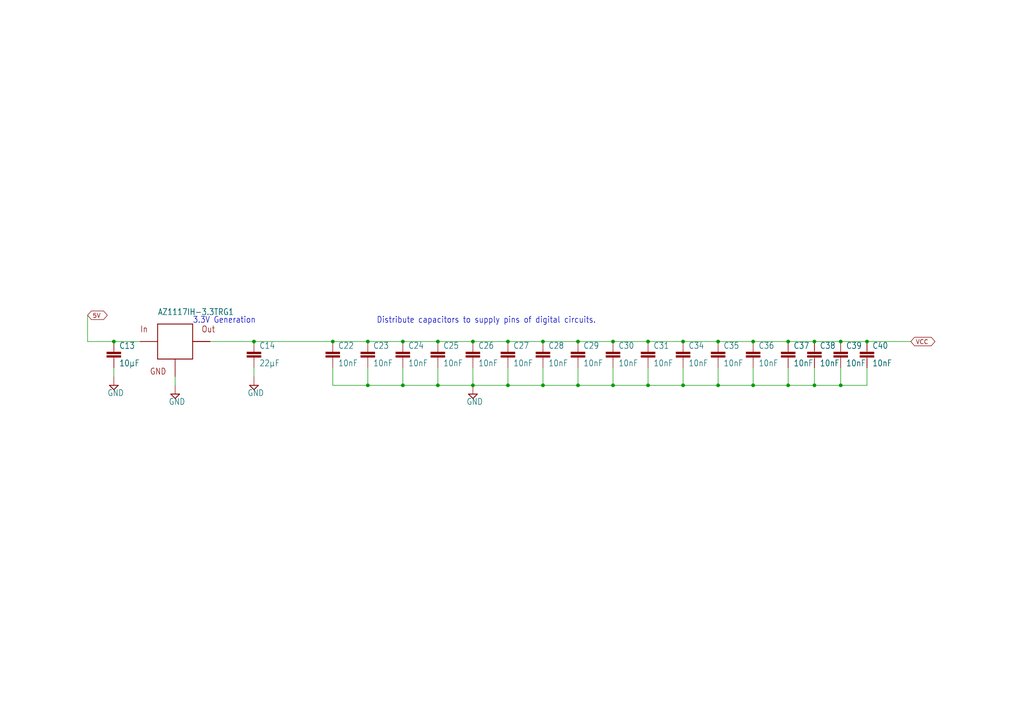
<source format=kicad_sch>
(kicad_sch
	(version 20231120)
	(generator "eeschema")
	(generator_version "8.0")
	(uuid "f18030a0-492c-4c11-a389-3280a7e1cf7a")
	(paper "A4")
	(lib_symbols
		(symbol "Modulator_V1p2-eagle-import:C-EUC0603"
			(exclude_from_sim no)
			(in_bom yes)
			(on_board yes)
			(property "Reference" "C"
				(at 1.524 0.381 0)
				(effects
					(font
						(size 1.778 1.5113)
					)
					(justify left bottom)
				)
			)
			(property "Value" ""
				(at 1.524 -4.699 0)
				(effects
					(font
						(size 1.778 1.5113)
					)
					(justify left bottom)
				)
			)
			(property "Footprint" "Modulator_V1p2:C0603"
				(at 0 0 0)
				(effects
					(font
						(size 1.27 1.27)
					)
					(hide yes)
				)
			)
			(property "Datasheet" ""
				(at 0 0 0)
				(effects
					(font
						(size 1.27 1.27)
					)
					(hide yes)
				)
			)
			(property "Description" "CAPACITOR, European symbol"
				(at 0 0 0)
				(effects
					(font
						(size 1.27 1.27)
					)
					(hide yes)
				)
			)
			(property "ki_locked" ""
				(at 0 0 0)
				(effects
					(font
						(size 1.27 1.27)
					)
				)
			)
			(symbol "C-EUC0603_1_0"
				(rectangle
					(start -2.032 -2.032)
					(end 2.032 -1.524)
					(stroke
						(width 0)
						(type default)
					)
					(fill
						(type outline)
					)
				)
				(rectangle
					(start -2.032 -1.016)
					(end 2.032 -0.508)
					(stroke
						(width 0)
						(type default)
					)
					(fill
						(type outline)
					)
				)
				(polyline
					(pts
						(xy 0 -2.54) (xy 0 -2.032)
					)
					(stroke
						(width 0.1524)
						(type solid)
					)
					(fill
						(type none)
					)
				)
				(polyline
					(pts
						(xy 0 0) (xy 0 -0.508)
					)
					(stroke
						(width 0.1524)
						(type solid)
					)
					(fill
						(type none)
					)
				)
				(pin passive line
					(at 0 2.54 270)
					(length 2.54)
					(name "1"
						(effects
							(font
								(size 0 0)
							)
						)
					)
					(number "1"
						(effects
							(font
								(size 0 0)
							)
						)
					)
				)
				(pin passive line
					(at 0 -5.08 90)
					(length 2.54)
					(name "2"
						(effects
							(font
								(size 0 0)
							)
						)
					)
					(number "2"
						(effects
							(font
								(size 0 0)
							)
						)
					)
				)
			)
		)
		(symbol "Modulator_V1p2-eagle-import:C-EUC1206"
			(exclude_from_sim no)
			(in_bom yes)
			(on_board yes)
			(property "Reference" "C"
				(at 1.524 0.381 0)
				(effects
					(font
						(size 1.778 1.5113)
					)
					(justify left bottom)
				)
			)
			(property "Value" ""
				(at 1.524 -4.699 0)
				(effects
					(font
						(size 1.778 1.5113)
					)
					(justify left bottom)
				)
			)
			(property "Footprint" "Modulator_V1p2:C1206"
				(at 0 0 0)
				(effects
					(font
						(size 1.27 1.27)
					)
					(hide yes)
				)
			)
			(property "Datasheet" ""
				(at 0 0 0)
				(effects
					(font
						(size 1.27 1.27)
					)
					(hide yes)
				)
			)
			(property "Description" "CAPACITOR, European symbol"
				(at 0 0 0)
				(effects
					(font
						(size 1.27 1.27)
					)
					(hide yes)
				)
			)
			(property "ki_locked" ""
				(at 0 0 0)
				(effects
					(font
						(size 1.27 1.27)
					)
				)
			)
			(symbol "C-EUC1206_1_0"
				(rectangle
					(start -2.032 -2.032)
					(end 2.032 -1.524)
					(stroke
						(width 0)
						(type default)
					)
					(fill
						(type outline)
					)
				)
				(rectangle
					(start -2.032 -1.016)
					(end 2.032 -0.508)
					(stroke
						(width 0)
						(type default)
					)
					(fill
						(type outline)
					)
				)
				(polyline
					(pts
						(xy 0 -2.54) (xy 0 -2.032)
					)
					(stroke
						(width 0.1524)
						(type solid)
					)
					(fill
						(type none)
					)
				)
				(polyline
					(pts
						(xy 0 0) (xy 0 -0.508)
					)
					(stroke
						(width 0.1524)
						(type solid)
					)
					(fill
						(type none)
					)
				)
				(pin passive line
					(at 0 2.54 270)
					(length 2.54)
					(name "1"
						(effects
							(font
								(size 0 0)
							)
						)
					)
					(number "1"
						(effects
							(font
								(size 0 0)
							)
						)
					)
				)
				(pin passive line
					(at 0 -5.08 90)
					(length 2.54)
					(name "2"
						(effects
							(font
								(size 0 0)
							)
						)
					)
					(number "2"
						(effects
							(font
								(size 0 0)
							)
						)
					)
				)
			)
		)
		(symbol "Modulator_V1p2-eagle-import:GND"
			(power)
			(exclude_from_sim no)
			(in_bom yes)
			(on_board yes)
			(property "Reference" "#SUPPLY"
				(at 0 0 0)
				(effects
					(font
						(size 1.27 1.27)
					)
					(hide yes)
				)
			)
			(property "Value" ""
				(at -1.905 -3.175 0)
				(effects
					(font
						(size 1.778 1.5113)
					)
					(justify left bottom)
				)
			)
			(property "Footprint" ""
				(at 0 0 0)
				(effects
					(font
						(size 1.27 1.27)
					)
					(hide yes)
				)
			)
			(property "Datasheet" ""
				(at 0 0 0)
				(effects
					(font
						(size 1.27 1.27)
					)
					(hide yes)
				)
			)
			(property "Description" "SUPPLY SYMBOL"
				(at 0 0 0)
				(effects
					(font
						(size 1.27 1.27)
					)
					(hide yes)
				)
			)
			(property "ki_locked" ""
				(at 0 0 0)
				(effects
					(font
						(size 1.27 1.27)
					)
				)
			)
			(symbol "GND_1_0"
				(polyline
					(pts
						(xy -1.27 0) (xy 1.27 0)
					)
					(stroke
						(width 0.254)
						(type solid)
					)
					(fill
						(type none)
					)
				)
				(polyline
					(pts
						(xy 0 -1.27) (xy -1.27 0)
					)
					(stroke
						(width 0.254)
						(type solid)
					)
					(fill
						(type none)
					)
				)
				(polyline
					(pts
						(xy 1.27 0) (xy 0 -1.27)
					)
					(stroke
						(width 0.254)
						(type solid)
					)
					(fill
						(type none)
					)
				)
				(pin power_in line
					(at 0 2.54 270)
					(length 2.54)
					(name "GND"
						(effects
							(font
								(size 0 0)
							)
						)
					)
					(number "1"
						(effects
							(font
								(size 0 0)
							)
						)
					)
				)
			)
		)
		(symbol "Modulator_V1p2-eagle-import:LT1117"
			(exclude_from_sim no)
			(in_bom yes)
			(on_board yes)
			(property "Reference" ""
				(at 0 0 0)
				(effects
					(font
						(size 1.27 1.27)
					)
					(hide yes)
				)
			)
			(property "Value" ""
				(at -5.08 10.16 0)
				(effects
					(font
						(size 1.778 1.5113)
					)
					(justify left bottom)
					(hide yes)
				)
			)
			(property "Footprint" "Modulator_V1p2:SOT223"
				(at 0 0 0)
				(effects
					(font
						(size 1.27 1.27)
					)
					(hide yes)
				)
			)
			(property "Datasheet" ""
				(at 0 0 0)
				(effects
					(font
						(size 1.27 1.27)
					)
					(hide yes)
				)
			)
			(property "Description" ""
				(at 0 0 0)
				(effects
					(font
						(size 1.27 1.27)
					)
					(hide yes)
				)
			)
			(property "ki_locked" ""
				(at 0 0 0)
				(effects
					(font
						(size 1.27 1.27)
					)
				)
			)
			(symbol "LT1117_1_0"
				(polyline
					(pts
						(xy -5.08 -2.54) (xy 5.08 -2.54)
					)
					(stroke
						(width 0.254)
						(type solid)
					)
					(fill
						(type none)
					)
				)
				(polyline
					(pts
						(xy -5.08 7.62) (xy -5.08 -2.54)
					)
					(stroke
						(width 0.254)
						(type solid)
					)
					(fill
						(type none)
					)
				)
				(polyline
					(pts
						(xy 5.08 -2.54) (xy 5.08 7.62)
					)
					(stroke
						(width 0.254)
						(type solid)
					)
					(fill
						(type none)
					)
				)
				(polyline
					(pts
						(xy 5.08 7.62) (xy -5.08 7.62)
					)
					(stroke
						(width 0.254)
						(type solid)
					)
					(fill
						(type none)
					)
				)
				(text "GND"
					(at -2.54 -5.08 0)
					(effects
						(font
							(size 1.778 1.5113)
						)
						(justify right top)
					)
				)
				(text "In"
					(at -10.16 5.08 0)
					(effects
						(font
							(size 1.778 1.5113)
						)
						(justify left bottom)
					)
				)
				(text "Out"
					(at 7.62 5.08 0)
					(effects
						(font
							(size 1.778 1.5113)
						)
						(justify left bottom)
					)
				)
				(pin bidirectional line
					(at 0 -7.62 90)
					(length 5.08)
					(name "GND"
						(effects
							(font
								(size 0 0)
							)
						)
					)
					(number "1"
						(effects
							(font
								(size 0 0)
							)
						)
					)
				)
				(pin bidirectional line
					(at 10.16 2.54 180)
					(length 5.08)
					(name "OUT"
						(effects
							(font
								(size 0 0)
							)
						)
					)
					(number "2"
						(effects
							(font
								(size 0 0)
							)
						)
					)
				)
				(pin bidirectional line
					(at -10.16 2.54 0)
					(length 5.08)
					(name "IN"
						(effects
							(font
								(size 0 0)
							)
						)
					)
					(number "3"
						(effects
							(font
								(size 0 0)
							)
						)
					)
				)
				(pin bidirectional line
					(at 10.16 2.54 180)
					(length 5.08)
					(name "OUT"
						(effects
							(font
								(size 0 0)
							)
						)
					)
					(number "4"
						(effects
							(font
								(size 0 0)
							)
						)
					)
				)
			)
		)
	)
	(junction
		(at 208.28 111.76)
		(diameter 0)
		(color 0 0 0 0)
		(uuid "0d441ef6-b9c0-4b88-93b3-454fea4abe3f")
	)
	(junction
		(at 116.84 99.06)
		(diameter 0)
		(color 0 0 0 0)
		(uuid "0efbe2c9-a2bb-42d3-8f6e-ef4b9bba8369")
	)
	(junction
		(at 127 99.06)
		(diameter 0)
		(color 0 0 0 0)
		(uuid "1199a8f3-5f32-4c4c-9954-5cc0b1b7472e")
	)
	(junction
		(at 116.84 111.76)
		(diameter 0)
		(color 0 0 0 0)
		(uuid "17b1f324-65ad-4e16-93d4-c8bc9b816f29")
	)
	(junction
		(at 236.22 99.06)
		(diameter 0)
		(color 0 0 0 0)
		(uuid "22bac5cc-f316-4ae5-87b6-55320c53d16c")
	)
	(junction
		(at 198.12 111.76)
		(diameter 0)
		(color 0 0 0 0)
		(uuid "2768d884-9598-4093-a492-6c21b1814619")
	)
	(junction
		(at 208.28 99.06)
		(diameter 0)
		(color 0 0 0 0)
		(uuid "3a38f088-14ec-4ca0-8d24-20f7724ac6d7")
	)
	(junction
		(at 137.16 99.06)
		(diameter 0)
		(color 0 0 0 0)
		(uuid "3ef0e5fc-f235-4b35-b266-ac15a0af7b8f")
	)
	(junction
		(at 96.52 99.06)
		(diameter 0)
		(color 0 0 0 0)
		(uuid "4817c6ee-e814-46c2-b23b-753892307779")
	)
	(junction
		(at 157.48 99.06)
		(diameter 0)
		(color 0 0 0 0)
		(uuid "48be53c9-5ad5-4004-ab16-35555c6bf2b9")
	)
	(junction
		(at 243.84 111.76)
		(diameter 0)
		(color 0 0 0 0)
		(uuid "5422dbb2-ca55-4a4d-8f92-75272df18419")
	)
	(junction
		(at 73.66 99.06)
		(diameter 0)
		(color 0 0 0 0)
		(uuid "55dd0b72-264b-41b4-a680-28013c3a5e23")
	)
	(junction
		(at 218.44 111.76)
		(diameter 0)
		(color 0 0 0 0)
		(uuid "61a4dde3-b9ae-4b36-9bee-24e214d85259")
	)
	(junction
		(at 167.64 99.06)
		(diameter 0)
		(color 0 0 0 0)
		(uuid "6333bcd8-3bc1-4ea9-abae-5131102de653")
	)
	(junction
		(at 167.64 111.76)
		(diameter 0)
		(color 0 0 0 0)
		(uuid "667a1280-2fc8-4221-b8c4-7b6acc23f10b")
	)
	(junction
		(at 137.16 111.76)
		(diameter 0)
		(color 0 0 0 0)
		(uuid "71cbba86-4f29-4c85-a993-b66e5636232f")
	)
	(junction
		(at 127 111.76)
		(diameter 0)
		(color 0 0 0 0)
		(uuid "742a8d9e-8e0d-44a2-a835-85d951b01055")
	)
	(junction
		(at 228.6 99.06)
		(diameter 0)
		(color 0 0 0 0)
		(uuid "75150643-7f47-4251-b8f6-7d7f78591320")
	)
	(junction
		(at 106.68 99.06)
		(diameter 0)
		(color 0 0 0 0)
		(uuid "758625a9-2ee3-48f0-83ee-245c3b49e650")
	)
	(junction
		(at 236.22 111.76)
		(diameter 0)
		(color 0 0 0 0)
		(uuid "7778bc2e-c5e7-470b-8d97-bc9b4aa98d3d")
	)
	(junction
		(at 218.44 99.06)
		(diameter 0)
		(color 0 0 0 0)
		(uuid "7acc3711-b7fc-4c75-be89-797f2fa42148")
	)
	(junction
		(at 33.02 99.06)
		(diameter 0)
		(color 0 0 0 0)
		(uuid "7e355763-942b-44bb-9c92-cedf9f2a349a")
	)
	(junction
		(at 243.84 99.06)
		(diameter 0)
		(color 0 0 0 0)
		(uuid "87963ff7-08b7-4d95-8bd6-89d1761655cd")
	)
	(junction
		(at 177.8 99.06)
		(diameter 0)
		(color 0 0 0 0)
		(uuid "ab3b36c0-ea2c-4645-ba5c-11c65989e8a5")
	)
	(junction
		(at 187.96 99.06)
		(diameter 0)
		(color 0 0 0 0)
		(uuid "b4c9cb7d-770a-41cd-bfc4-4ec0d2b50d53")
	)
	(junction
		(at 147.32 99.06)
		(diameter 0)
		(color 0 0 0 0)
		(uuid "d7d5bf53-8ca0-45e4-92e2-7e4b0729ecf2")
	)
	(junction
		(at 187.96 111.76)
		(diameter 0)
		(color 0 0 0 0)
		(uuid "dc12c125-0f23-4fd2-bfa4-9b3a6ce05af5")
	)
	(junction
		(at 106.68 111.76)
		(diameter 0)
		(color 0 0 0 0)
		(uuid "dd0cd46c-337a-4f47-8b23-c5a782b34d01")
	)
	(junction
		(at 147.32 111.76)
		(diameter 0)
		(color 0 0 0 0)
		(uuid "dd10a9c6-5cc7-4b7d-817b-e85b671f98e9")
	)
	(junction
		(at 251.46 99.06)
		(diameter 0)
		(color 0 0 0 0)
		(uuid "e1e07683-b924-4dee-87ad-90fc84c462ad")
	)
	(junction
		(at 228.6 111.76)
		(diameter 0)
		(color 0 0 0 0)
		(uuid "e6de3d99-5e19-4e27-85ff-17f1b9e70558")
	)
	(junction
		(at 198.12 99.06)
		(diameter 0)
		(color 0 0 0 0)
		(uuid "e75012a0-300c-4f7f-ad2a-ec5d24988c03")
	)
	(junction
		(at 157.48 111.76)
		(diameter 0)
		(color 0 0 0 0)
		(uuid "e90bc737-72bd-401d-8a5c-cb527b86afa6")
	)
	(junction
		(at 177.8 111.76)
		(diameter 0)
		(color 0 0 0 0)
		(uuid "fbae5829-e6f9-4039-8803-b3454963e32d")
	)
	(wire
		(pts
			(xy 137.16 111.76) (xy 147.32 111.76)
		)
		(stroke
			(width 0.1524)
			(type solid)
		)
		(uuid "05c207e9-3a1f-49e0-a1a1-037be7a07f9f")
	)
	(wire
		(pts
			(xy 218.44 111.76) (xy 208.28 111.76)
		)
		(stroke
			(width 0.1524)
			(type solid)
		)
		(uuid "09f38fdd-d815-4ac9-beb1-585cc87483ab")
	)
	(wire
		(pts
			(xy 40.64 99.06) (xy 33.02 99.06)
		)
		(stroke
			(width 0.1524)
			(type solid)
		)
		(uuid "0a429f9c-1991-4706-96df-7b0e50a98fc3")
	)
	(wire
		(pts
			(xy 167.64 111.76) (xy 167.64 106.68)
		)
		(stroke
			(width 0.1524)
			(type solid)
		)
		(uuid "0b20a8f7-e86f-4952-8061-092b4f3cb608")
	)
	(wire
		(pts
			(xy 218.44 99.06) (xy 228.6 99.06)
		)
		(stroke
			(width 0.1524)
			(type solid)
		)
		(uuid "0c1cfe5f-e47a-4d13-b642-d66d2553601d")
	)
	(wire
		(pts
			(xy 251.46 111.76) (xy 243.84 111.76)
		)
		(stroke
			(width 0.1524)
			(type solid)
		)
		(uuid "0f8baf3a-a2e2-45ce-aa9b-52f2f94b4281")
	)
	(wire
		(pts
			(xy 147.32 99.06) (xy 157.48 99.06)
		)
		(stroke
			(width 0.1524)
			(type solid)
		)
		(uuid "14317364-d239-4067-b7be-334cd67b16d2")
	)
	(wire
		(pts
			(xy 50.8 109.22) (xy 50.8 111.76)
		)
		(stroke
			(width 0.1524)
			(type solid)
		)
		(uuid "25282628-6a88-4970-bc25-b8ba3b44ca65")
	)
	(wire
		(pts
			(xy 116.84 99.06) (xy 127 99.06)
		)
		(stroke
			(width 0.1524)
			(type solid)
		)
		(uuid "28c8dcaf-836a-48fc-9237-7a12ad2ad9b3")
	)
	(wire
		(pts
			(xy 198.12 99.06) (xy 208.28 99.06)
		)
		(stroke
			(width 0.1524)
			(type solid)
		)
		(uuid "29cc75e3-7065-41bd-b536-92f2e1a17aac")
	)
	(wire
		(pts
			(xy 208.28 111.76) (xy 198.12 111.76)
		)
		(stroke
			(width 0.1524)
			(type solid)
		)
		(uuid "2a8fa5c3-1d0e-4344-ad20-a7d5982997d8")
	)
	(wire
		(pts
			(xy 167.64 99.06) (xy 177.8 99.06)
		)
		(stroke
			(width 0.1524)
			(type solid)
		)
		(uuid "2aa8fb42-69bb-4eb0-8f0e-687a959c05e9")
	)
	(wire
		(pts
			(xy 25.4 99.06) (xy 25.4 91.44)
		)
		(stroke
			(width 0.1524)
			(type solid)
		)
		(uuid "2fbba713-ffd1-401b-912d-df9e33fa8a6d")
	)
	(wire
		(pts
			(xy 116.84 111.76) (xy 127 111.76)
		)
		(stroke
			(width 0.1524)
			(type solid)
		)
		(uuid "2fdf9541-40ce-49f8-b13b-304c1896edf8")
	)
	(wire
		(pts
			(xy 251.46 106.68) (xy 251.46 111.76)
		)
		(stroke
			(width 0.1524)
			(type solid)
		)
		(uuid "445bc42d-cfd8-4a1b-bfb5-b3fc41feac9e")
	)
	(wire
		(pts
			(xy 187.96 99.06) (xy 198.12 99.06)
		)
		(stroke
			(width 0.1524)
			(type solid)
		)
		(uuid "48508122-e00d-4736-9f9a-177fca1c1855")
	)
	(wire
		(pts
			(xy 228.6 111.76) (xy 218.44 111.76)
		)
		(stroke
			(width 0.1524)
			(type solid)
		)
		(uuid "493437e8-2c2b-4d24-b265-8fef2ad9be21")
	)
	(wire
		(pts
			(xy 116.84 106.68) (xy 116.84 111.76)
		)
		(stroke
			(width 0.1524)
			(type solid)
		)
		(uuid "4db5c22c-29b2-4ae1-a7b6-b463333fa8fe")
	)
	(wire
		(pts
			(xy 106.68 111.76) (xy 116.84 111.76)
		)
		(stroke
			(width 0.1524)
			(type solid)
		)
		(uuid "570523b0-2b31-4a7a-b3ea-0225589444ca")
	)
	(wire
		(pts
			(xy 127 99.06) (xy 137.16 99.06)
		)
		(stroke
			(width 0.1524)
			(type solid)
		)
		(uuid "58665821-f182-4e11-a80c-d2119b473c0e")
	)
	(wire
		(pts
			(xy 33.02 99.06) (xy 25.4 99.06)
		)
		(stroke
			(width 0.1524)
			(type solid)
		)
		(uuid "58d8cd90-c61c-4945-ae6f-b37469e0a633")
	)
	(wire
		(pts
			(xy 106.68 106.68) (xy 106.68 111.76)
		)
		(stroke
			(width 0.1524)
			(type solid)
		)
		(uuid "5c12530c-d996-4575-bd7d-db0ca02b19de")
	)
	(wire
		(pts
			(xy 73.66 106.68) (xy 73.66 109.22)
		)
		(stroke
			(width 0.1524)
			(type solid)
		)
		(uuid "5fc72218-562b-48be-92f5-a3141e54dc0c")
	)
	(wire
		(pts
			(xy 218.44 106.68) (xy 218.44 111.76)
		)
		(stroke
			(width 0.1524)
			(type solid)
		)
		(uuid "66a1f38c-d4f3-4ccc-b9af-06f98b40bb7c")
	)
	(wire
		(pts
			(xy 198.12 111.76) (xy 187.96 111.76)
		)
		(stroke
			(width 0.1524)
			(type solid)
		)
		(uuid "6e206c5a-6daf-4efb-942d-66eadce14f98")
	)
	(wire
		(pts
			(xy 177.8 99.06) (xy 187.96 99.06)
		)
		(stroke
			(width 0.1524)
			(type solid)
		)
		(uuid "7519afbc-f2c4-4700-8424-c9750db18ab6")
	)
	(wire
		(pts
			(xy 60.96 99.06) (xy 73.66 99.06)
		)
		(stroke
			(width 0.1524)
			(type solid)
		)
		(uuid "7858b84b-c932-4bba-a5fe-aa2d571904ff")
	)
	(wire
		(pts
			(xy 33.02 106.68) (xy 33.02 109.22)
		)
		(stroke
			(width 0.1524)
			(type solid)
		)
		(uuid "79b2a8e7-5d35-41e3-8cc8-63aa1f637247")
	)
	(wire
		(pts
			(xy 127 111.76) (xy 137.16 111.76)
		)
		(stroke
			(width 0.1524)
			(type solid)
		)
		(uuid "7c331654-1d35-4496-baba-54ae52e102d9")
	)
	(wire
		(pts
			(xy 243.84 106.68) (xy 243.84 111.76)
		)
		(stroke
			(width 0.1524)
			(type solid)
		)
		(uuid "81f7d8a8-914b-4af8-816e-35e6dc7bb9cf")
	)
	(wire
		(pts
			(xy 236.22 111.76) (xy 236.22 106.68)
		)
		(stroke
			(width 0.1524)
			(type solid)
		)
		(uuid "83ec3681-bd0c-4911-a156-2819c219ced8")
	)
	(wire
		(pts
			(xy 177.8 106.68) (xy 177.8 111.76)
		)
		(stroke
			(width 0.1524)
			(type solid)
		)
		(uuid "85bc5a47-7113-43c5-9b34-47cd12b2f9ce")
	)
	(wire
		(pts
			(xy 137.16 106.68) (xy 137.16 111.76)
		)
		(stroke
			(width 0.1524)
			(type solid)
		)
		(uuid "875ec9ef-2c0a-4be9-9266-ccce6d3cbe8d")
	)
	(wire
		(pts
			(xy 96.52 111.76) (xy 106.68 111.76)
		)
		(stroke
			(width 0.1524)
			(type solid)
		)
		(uuid "8b21c9fb-dcad-4a1d-987c-0e24cfc46c86")
	)
	(wire
		(pts
			(xy 127 106.68) (xy 127 111.76)
		)
		(stroke
			(width 0.1524)
			(type solid)
		)
		(uuid "8bf91b41-3c8d-43e3-97f7-123cfaadef2c")
	)
	(wire
		(pts
			(xy 208.28 106.68) (xy 208.28 111.76)
		)
		(stroke
			(width 0.1524)
			(type solid)
		)
		(uuid "9174b8f3-d495-4641-b341-00473cb5e661")
	)
	(wire
		(pts
			(xy 243.84 111.76) (xy 236.22 111.76)
		)
		(stroke
			(width 0.1524)
			(type solid)
		)
		(uuid "9393438d-26b6-472e-b1f5-8bf5c49d4bfe")
	)
	(wire
		(pts
			(xy 147.32 106.68) (xy 147.32 111.76)
		)
		(stroke
			(width 0.1524)
			(type solid)
		)
		(uuid "9658448f-60a8-4754-85b6-1c1a57243786")
	)
	(wire
		(pts
			(xy 251.46 99.06) (xy 264.16 99.06)
		)
		(stroke
			(width 0.1524)
			(type solid)
		)
		(uuid "9bf452b7-1293-4186-931a-55c027419825")
	)
	(wire
		(pts
			(xy 157.48 111.76) (xy 167.64 111.76)
		)
		(stroke
			(width 0.1524)
			(type solid)
		)
		(uuid "a723cc31-3c26-4a6c-b4a7-ab68808877c2")
	)
	(wire
		(pts
			(xy 96.52 99.06) (xy 106.68 99.06)
		)
		(stroke
			(width 0.1524)
			(type solid)
		)
		(uuid "b2713f00-62a0-4294-847f-cad944468023")
	)
	(wire
		(pts
			(xy 177.8 111.76) (xy 167.64 111.76)
		)
		(stroke
			(width 0.1524)
			(type solid)
		)
		(uuid "b4aaa074-dca0-4bfc-a0d9-e871ad587ab8")
	)
	(wire
		(pts
			(xy 208.28 99.06) (xy 218.44 99.06)
		)
		(stroke
			(width 0.1524)
			(type solid)
		)
		(uuid "c103f34f-eb7d-41dd-926c-a5267ddab721")
	)
	(wire
		(pts
			(xy 198.12 106.68) (xy 198.12 111.76)
		)
		(stroke
			(width 0.1524)
			(type solid)
		)
		(uuid "c45044c8-3c68-48e2-9681-0c4cb67f1ff6")
	)
	(wire
		(pts
			(xy 187.96 106.68) (xy 187.96 111.76)
		)
		(stroke
			(width 0.1524)
			(type solid)
		)
		(uuid "c4be7290-7af9-42f7-b5cf-cad36baad007")
	)
	(wire
		(pts
			(xy 137.16 99.06) (xy 147.32 99.06)
		)
		(stroke
			(width 0.1524)
			(type solid)
		)
		(uuid "cc0f927e-9ece-43d5-a964-5831ff89d426")
	)
	(wire
		(pts
			(xy 96.52 106.68) (xy 96.52 111.76)
		)
		(stroke
			(width 0.1524)
			(type solid)
		)
		(uuid "d1dd6479-db7c-4a70-9a5c-aeab52d21301")
	)
	(wire
		(pts
			(xy 243.84 99.06) (xy 251.46 99.06)
		)
		(stroke
			(width 0.1524)
			(type solid)
		)
		(uuid "d725b3c9-1095-43d2-b278-9c074c34404b")
	)
	(wire
		(pts
			(xy 73.66 99.06) (xy 96.52 99.06)
		)
		(stroke
			(width 0.1524)
			(type solid)
		)
		(uuid "dc86a891-b8be-442d-9205-5919f8810bd5")
	)
	(wire
		(pts
			(xy 236.22 99.06) (xy 243.84 99.06)
		)
		(stroke
			(width 0.1524)
			(type solid)
		)
		(uuid "df4d037c-c5c6-4a2a-8ae4-0ca540a60895")
	)
	(wire
		(pts
			(xy 228.6 111.76) (xy 236.22 111.76)
		)
		(stroke
			(width 0.1524)
			(type solid)
		)
		(uuid "df66aa7a-98c9-4398-a5e1-f9ca2731c741")
	)
	(wire
		(pts
			(xy 147.32 111.76) (xy 157.48 111.76)
		)
		(stroke
			(width 0.1524)
			(type solid)
		)
		(uuid "e2d48889-b59a-4b5b-abd1-786ba881f502")
	)
	(wire
		(pts
			(xy 157.48 106.68) (xy 157.48 111.76)
		)
		(stroke
			(width 0.1524)
			(type solid)
		)
		(uuid "e40028a7-a039-4bbe-8e0b-06f58671637d")
	)
	(wire
		(pts
			(xy 187.96 111.76) (xy 177.8 111.76)
		)
		(stroke
			(width 0.1524)
			(type solid)
		)
		(uuid "eb3d4ab2-cb83-4e13-bb39-e45f5ee59b5a")
	)
	(wire
		(pts
			(xy 106.68 99.06) (xy 116.84 99.06)
		)
		(stroke
			(width 0.1524)
			(type solid)
		)
		(uuid "ec80cada-d746-47c6-ac27-b52a45eabd5c")
	)
	(wire
		(pts
			(xy 228.6 99.06) (xy 236.22 99.06)
		)
		(stroke
			(width 0.1524)
			(type solid)
		)
		(uuid "f7bc39e5-e91f-4f60-8490-25b72266613b")
	)
	(wire
		(pts
			(xy 228.6 106.68) (xy 228.6 111.76)
		)
		(stroke
			(width 0.1524)
			(type solid)
		)
		(uuid "f9a66471-08d3-4360-8215-1f480d2177a2")
	)
	(wire
		(pts
			(xy 157.48 99.06) (xy 167.64 99.06)
		)
		(stroke
			(width 0.1524)
			(type solid)
		)
		(uuid "fe93d7d0-bea5-4ed0-a729-9be8e818706d")
	)
	(text "Distribute capacitors to supply pins of digital circuits."
		(exclude_from_sim no)
		(at 109.22 93.98 0)
		(effects
			(font
				(size 1.778 1.5113)
			)
			(justify left bottom)
		)
		(uuid "0cb10ba2-12c7-4bd3-a635-470d16a9bf56")
	)
	(text "3.3V Generation"
		(exclude_from_sim no)
		(at 55.88 93.98 0)
		(effects
			(font
				(size 1.778 1.5113)
			)
			(justify left bottom)
		)
		(uuid "f4d96018-3fdb-4ac0-912d-f0f095d7639f")
	)
	(global_label "VCC"
		(shape bidirectional)
		(at 264.16 99.06 0)
		(fields_autoplaced yes)
		(effects
			(font
				(size 1.2446 1.2446)
			)
			(justify left)
		)
		(uuid "02f5c425-1dc7-4d0d-b016-840bb8f58bc2")
		(property "Intersheetrefs" "${INTERSHEET_REFS}"
			(at 271.7302 99.06 0)
			(effects
				(font
					(size 1.27 1.27)
				)
				(justify left)
				(hide yes)
			)
		)
	)
	(global_label "5V"
		(shape bidirectional)
		(at 25.4 91.44 0)
		(fields_autoplaced yes)
		(effects
			(font
				(size 1.2446 1.2446)
			)
			(justify left)
		)
		(uuid "448e8d2e-68fb-40da-857c-9a2c6eca4f3c")
		(property "Intersheetrefs" "${INTERSHEET_REFS}"
			(at 31.6663 91.44 0)
			(effects
				(font
					(size 1.27 1.27)
				)
				(justify left)
				(hide yes)
			)
		)
	)
	(symbol
		(lib_id "Modulator_V1p2-eagle-import:C-EUC0603")
		(at 218.44 101.6 0)
		(unit 1)
		(exclude_from_sim no)
		(in_bom yes)
		(on_board yes)
		(dnp no)
		(uuid "17959720-1ece-4b5f-8bc1-623f921f1be0")
		(property "Reference" "C36"
			(at 219.964 101.219 0)
			(effects
				(font
					(size 1.778 1.5113)
				)
				(justify left bottom)
			)
		)
		(property "Value" "10nF"
			(at 219.964 106.299 0)
			(effects
				(font
					(size 1.778 1.5113)
				)
				(justify left bottom)
			)
		)
		(property "Footprint" "Modulator_V1p2:C0603"
			(at 218.44 101.6 0)
			(effects
				(font
					(size 1.27 1.27)
				)
				(hide yes)
			)
		)
		(property "Datasheet" ""
			(at 218.44 101.6 0)
			(effects
				(font
					(size 1.27 1.27)
				)
				(hide yes)
			)
		)
		(property "Description" ""
			(at 218.44 101.6 0)
			(effects
				(font
					(size 1.27 1.27)
				)
				(hide yes)
			)
		)
		(pin "1"
			(uuid "e15242b4-95e0-4ef2-ae63-e26170a904e5")
		)
		(pin "2"
			(uuid "ee8adcdd-8829-45d6-bb65-b27edce689fc")
		)
		(instances
			(project ""
				(path "/74c5594e-ff48-4e66-beae-9bf941e12d30/a99b5967-729f-4626-9c70-b8c70c40c7f1"
					(reference "C36")
					(unit 1)
				)
			)
		)
	)
	(symbol
		(lib_id "Modulator_V1p2-eagle-import:GND")
		(at 137.16 114.3 0)
		(unit 1)
		(exclude_from_sim no)
		(in_bom yes)
		(on_board yes)
		(dnp no)
		(uuid "22e1b799-abbd-468c-a445-55d7cd8d92df")
		(property "Reference" "#SUPPLY32"
			(at 137.16 114.3 0)
			(effects
				(font
					(size 1.27 1.27)
				)
				(hide yes)
			)
		)
		(property "Value" "GND"
			(at 135.255 117.475 0)
			(effects
				(font
					(size 1.778 1.5113)
				)
				(justify left bottom)
			)
		)
		(property "Footprint" ""
			(at 137.16 114.3 0)
			(effects
				(font
					(size 1.27 1.27)
				)
				(hide yes)
			)
		)
		(property "Datasheet" ""
			(at 137.16 114.3 0)
			(effects
				(font
					(size 1.27 1.27)
				)
				(hide yes)
			)
		)
		(property "Description" ""
			(at 137.16 114.3 0)
			(effects
				(font
					(size 1.27 1.27)
				)
				(hide yes)
			)
		)
		(pin "1"
			(uuid "28eb0fda-3ac9-44a5-be38-630ac8f3c306")
		)
		(instances
			(project ""
				(path "/74c5594e-ff48-4e66-beae-9bf941e12d30/a99b5967-729f-4626-9c70-b8c70c40c7f1"
					(reference "#SUPPLY32")
					(unit 1)
				)
			)
		)
	)
	(symbol
		(lib_id "Modulator_V1p2-eagle-import:C-EUC0603")
		(at 106.68 101.6 0)
		(unit 1)
		(exclude_from_sim no)
		(in_bom yes)
		(on_board yes)
		(dnp no)
		(uuid "2575cce1-c533-4252-bd6b-4812289066a5")
		(property "Reference" "C23"
			(at 108.204 101.219 0)
			(effects
				(font
					(size 1.778 1.5113)
				)
				(justify left bottom)
			)
		)
		(property "Value" "10nF"
			(at 108.204 106.299 0)
			(effects
				(font
					(size 1.778 1.5113)
				)
				(justify left bottom)
			)
		)
		(property "Footprint" "Modulator_V1p2:C0603"
			(at 106.68 101.6 0)
			(effects
				(font
					(size 1.27 1.27)
				)
				(hide yes)
			)
		)
		(property "Datasheet" ""
			(at 106.68 101.6 0)
			(effects
				(font
					(size 1.27 1.27)
				)
				(hide yes)
			)
		)
		(property "Description" ""
			(at 106.68 101.6 0)
			(effects
				(font
					(size 1.27 1.27)
				)
				(hide yes)
			)
		)
		(pin "1"
			(uuid "a894aabb-4140-4e21-8bbe-28941be6b47e")
		)
		(pin "2"
			(uuid "40db3a8d-fc6e-4ab6-bfbc-3da61296959f")
		)
		(instances
			(project ""
				(path "/74c5594e-ff48-4e66-beae-9bf941e12d30/a99b5967-729f-4626-9c70-b8c70c40c7f1"
					(reference "C23")
					(unit 1)
				)
			)
		)
	)
	(symbol
		(lib_id "Modulator_V1p2-eagle-import:C-EUC0603")
		(at 127 101.6 0)
		(unit 1)
		(exclude_from_sim no)
		(in_bom yes)
		(on_board yes)
		(dnp no)
		(uuid "26a43de9-6288-461d-af6c-0c730f92da10")
		(property "Reference" "C25"
			(at 128.524 101.219 0)
			(effects
				(font
					(size 1.778 1.5113)
				)
				(justify left bottom)
			)
		)
		(property "Value" "10nF"
			(at 128.524 106.299 0)
			(effects
				(font
					(size 1.778 1.5113)
				)
				(justify left bottom)
			)
		)
		(property "Footprint" "Modulator_V1p2:C0603"
			(at 127 101.6 0)
			(effects
				(font
					(size 1.27 1.27)
				)
				(hide yes)
			)
		)
		(property "Datasheet" ""
			(at 127 101.6 0)
			(effects
				(font
					(size 1.27 1.27)
				)
				(hide yes)
			)
		)
		(property "Description" ""
			(at 127 101.6 0)
			(effects
				(font
					(size 1.27 1.27)
				)
				(hide yes)
			)
		)
		(pin "1"
			(uuid "282411ac-5f63-499f-8d05-163690b0ccab")
		)
		(pin "2"
			(uuid "b17ea56a-1b8c-4448-863f-accd9b5c2541")
		)
		(instances
			(project ""
				(path "/74c5594e-ff48-4e66-beae-9bf941e12d30/a99b5967-729f-4626-9c70-b8c70c40c7f1"
					(reference "C25")
					(unit 1)
				)
			)
		)
	)
	(symbol
		(lib_id "Modulator_V1p2-eagle-import:C-EUC0603")
		(at 167.64 101.6 0)
		(unit 1)
		(exclude_from_sim no)
		(in_bom yes)
		(on_board yes)
		(dnp no)
		(uuid "2d70da3c-6ddb-4d39-9daa-43059b0b6125")
		(property "Reference" "C29"
			(at 169.164 101.219 0)
			(effects
				(font
					(size 1.778 1.5113)
				)
				(justify left bottom)
			)
		)
		(property "Value" "10nF"
			(at 169.164 106.299 0)
			(effects
				(font
					(size 1.778 1.5113)
				)
				(justify left bottom)
			)
		)
		(property "Footprint" "Modulator_V1p2:C0603"
			(at 167.64 101.6 0)
			(effects
				(font
					(size 1.27 1.27)
				)
				(hide yes)
			)
		)
		(property "Datasheet" ""
			(at 167.64 101.6 0)
			(effects
				(font
					(size 1.27 1.27)
				)
				(hide yes)
			)
		)
		(property "Description" ""
			(at 167.64 101.6 0)
			(effects
				(font
					(size 1.27 1.27)
				)
				(hide yes)
			)
		)
		(pin "1"
			(uuid "4368e73d-4625-44dd-8804-53353ab37e5b")
		)
		(pin "2"
			(uuid "8b7f8a81-ea9c-413a-b52c-e95f461dd8f7")
		)
		(instances
			(project ""
				(path "/74c5594e-ff48-4e66-beae-9bf941e12d30/a99b5967-729f-4626-9c70-b8c70c40c7f1"
					(reference "C29")
					(unit 1)
				)
			)
		)
	)
	(symbol
		(lib_id "Modulator_V1p2-eagle-import:C-EUC0603")
		(at 198.12 101.6 0)
		(unit 1)
		(exclude_from_sim no)
		(in_bom yes)
		(on_board yes)
		(dnp no)
		(uuid "2e71b5d5-2272-4878-a1e9-9455e485cc88")
		(property "Reference" "C34"
			(at 199.644 101.219 0)
			(effects
				(font
					(size 1.778 1.5113)
				)
				(justify left bottom)
			)
		)
		(property "Value" "10nF"
			(at 199.644 106.299 0)
			(effects
				(font
					(size 1.778 1.5113)
				)
				(justify left bottom)
			)
		)
		(property "Footprint" "Modulator_V1p2:C0603"
			(at 198.12 101.6 0)
			(effects
				(font
					(size 1.27 1.27)
				)
				(hide yes)
			)
		)
		(property "Datasheet" ""
			(at 198.12 101.6 0)
			(effects
				(font
					(size 1.27 1.27)
				)
				(hide yes)
			)
		)
		(property "Description" ""
			(at 198.12 101.6 0)
			(effects
				(font
					(size 1.27 1.27)
				)
				(hide yes)
			)
		)
		(pin "1"
			(uuid "8167625c-48fd-47c9-84e4-86a19762b008")
		)
		(pin "2"
			(uuid "b3336bbc-17e7-47a7-9898-7eac4ee10f0a")
		)
		(instances
			(project ""
				(path "/74c5594e-ff48-4e66-beae-9bf941e12d30/a99b5967-729f-4626-9c70-b8c70c40c7f1"
					(reference "C34")
					(unit 1)
				)
			)
		)
	)
	(symbol
		(lib_id "Modulator_V1p2-eagle-import:C-EUC0603")
		(at 96.52 101.6 0)
		(unit 1)
		(exclude_from_sim no)
		(in_bom yes)
		(on_board yes)
		(dnp no)
		(uuid "39f4df21-96fa-48d3-a37b-45c3ef820430")
		(property "Reference" "C22"
			(at 98.044 101.219 0)
			(effects
				(font
					(size 1.778 1.5113)
				)
				(justify left bottom)
			)
		)
		(property "Value" "10nF"
			(at 98.044 106.299 0)
			(effects
				(font
					(size 1.778 1.5113)
				)
				(justify left bottom)
			)
		)
		(property "Footprint" "Modulator_V1p2:C0603"
			(at 96.52 101.6 0)
			(effects
				(font
					(size 1.27 1.27)
				)
				(hide yes)
			)
		)
		(property "Datasheet" ""
			(at 96.52 101.6 0)
			(effects
				(font
					(size 1.27 1.27)
				)
				(hide yes)
			)
		)
		(property "Description" ""
			(at 96.52 101.6 0)
			(effects
				(font
					(size 1.27 1.27)
				)
				(hide yes)
			)
		)
		(pin "1"
			(uuid "d56bcc0d-07b1-454c-bc1e-84d00d9a8114")
		)
		(pin "2"
			(uuid "e5294f18-6325-4fee-a09f-14dc3eb76948")
		)
		(instances
			(project ""
				(path "/74c5594e-ff48-4e66-beae-9bf941e12d30/a99b5967-729f-4626-9c70-b8c70c40c7f1"
					(reference "C22")
					(unit 1)
				)
			)
		)
	)
	(symbol
		(lib_id "Modulator_V1p2-eagle-import:GND")
		(at 50.8 114.3 0)
		(unit 1)
		(exclude_from_sim no)
		(in_bom yes)
		(on_board yes)
		(dnp no)
		(uuid "3e71ccfa-395e-4d11-80df-da91f20f188e")
		(property "Reference" "#SUPPLY21"
			(at 50.8 114.3 0)
			(effects
				(font
					(size 1.27 1.27)
				)
				(hide yes)
			)
		)
		(property "Value" "GND"
			(at 48.895 117.475 0)
			(effects
				(font
					(size 1.778 1.5113)
				)
				(justify left bottom)
			)
		)
		(property "Footprint" ""
			(at 50.8 114.3 0)
			(effects
				(font
					(size 1.27 1.27)
				)
				(hide yes)
			)
		)
		(property "Datasheet" ""
			(at 50.8 114.3 0)
			(effects
				(font
					(size 1.27 1.27)
				)
				(hide yes)
			)
		)
		(property "Description" ""
			(at 50.8 114.3 0)
			(effects
				(font
					(size 1.27 1.27)
				)
				(hide yes)
			)
		)
		(pin "1"
			(uuid "20afb31f-153d-46d4-b930-361902cd7ff4")
		)
		(instances
			(project ""
				(path "/74c5594e-ff48-4e66-beae-9bf941e12d30/a99b5967-729f-4626-9c70-b8c70c40c7f1"
					(reference "#SUPPLY21")
					(unit 1)
				)
			)
		)
	)
	(symbol
		(lib_id "Modulator_V1p2-eagle-import:GND")
		(at 33.02 111.76 0)
		(unit 1)
		(exclude_from_sim no)
		(in_bom yes)
		(on_board yes)
		(dnp no)
		(uuid "48400846-0f2b-43b6-952a-ae1d66ee6e60")
		(property "Reference" "#SUPPLY22"
			(at 33.02 111.76 0)
			(effects
				(font
					(size 1.27 1.27)
				)
				(hide yes)
			)
		)
		(property "Value" "GND"
			(at 31.115 114.935 0)
			(effects
				(font
					(size 1.778 1.5113)
				)
				(justify left bottom)
			)
		)
		(property "Footprint" ""
			(at 33.02 111.76 0)
			(effects
				(font
					(size 1.27 1.27)
				)
				(hide yes)
			)
		)
		(property "Datasheet" ""
			(at 33.02 111.76 0)
			(effects
				(font
					(size 1.27 1.27)
				)
				(hide yes)
			)
		)
		(property "Description" ""
			(at 33.02 111.76 0)
			(effects
				(font
					(size 1.27 1.27)
				)
				(hide yes)
			)
		)
		(pin "1"
			(uuid "212b6cc5-546a-4b15-9c35-66a148c129b4")
		)
		(instances
			(project ""
				(path "/74c5594e-ff48-4e66-beae-9bf941e12d30/a99b5967-729f-4626-9c70-b8c70c40c7f1"
					(reference "#SUPPLY22")
					(unit 1)
				)
			)
		)
	)
	(symbol
		(lib_id "Modulator_V1p2-eagle-import:C-EUC0603")
		(at 137.16 101.6 0)
		(unit 1)
		(exclude_from_sim no)
		(in_bom yes)
		(on_board yes)
		(dnp no)
		(uuid "63ec7e68-3074-4279-8be9-af720511713d")
		(property "Reference" "C26"
			(at 138.684 101.219 0)
			(effects
				(font
					(size 1.778 1.5113)
				)
				(justify left bottom)
			)
		)
		(property "Value" "10nF"
			(at 138.684 106.299 0)
			(effects
				(font
					(size 1.778 1.5113)
				)
				(justify left bottom)
			)
		)
		(property "Footprint" "Modulator_V1p2:C0603"
			(at 137.16 101.6 0)
			(effects
				(font
					(size 1.27 1.27)
				)
				(hide yes)
			)
		)
		(property "Datasheet" ""
			(at 137.16 101.6 0)
			(effects
				(font
					(size 1.27 1.27)
				)
				(hide yes)
			)
		)
		(property "Description" ""
			(at 137.16 101.6 0)
			(effects
				(font
					(size 1.27 1.27)
				)
				(hide yes)
			)
		)
		(pin "2"
			(uuid "328b4b3f-5b79-408b-8c09-a9187db21396")
		)
		(pin "1"
			(uuid "2fd07a25-55aa-4c32-8e0f-af11ffb589bb")
		)
		(instances
			(project ""
				(path "/74c5594e-ff48-4e66-beae-9bf941e12d30/a99b5967-729f-4626-9c70-b8c70c40c7f1"
					(reference "C26")
					(unit 1)
				)
			)
		)
	)
	(symbol
		(lib_id "Modulator_V1p2-eagle-import:C-EUC0603")
		(at 208.28 101.6 0)
		(unit 1)
		(exclude_from_sim no)
		(in_bom yes)
		(on_board yes)
		(dnp no)
		(uuid "79606dbf-7b17-4ae1-ae5f-591a617c0b45")
		(property "Reference" "C35"
			(at 209.804 101.219 0)
			(effects
				(font
					(size 1.778 1.5113)
				)
				(justify left bottom)
			)
		)
		(property "Value" "10nF"
			(at 209.804 106.299 0)
			(effects
				(font
					(size 1.778 1.5113)
				)
				(justify left bottom)
			)
		)
		(property "Footprint" "Modulator_V1p2:C0603"
			(at 208.28 101.6 0)
			(effects
				(font
					(size 1.27 1.27)
				)
				(hide yes)
			)
		)
		(property "Datasheet" ""
			(at 208.28 101.6 0)
			(effects
				(font
					(size 1.27 1.27)
				)
				(hide yes)
			)
		)
		(property "Description" ""
			(at 208.28 101.6 0)
			(effects
				(font
					(size 1.27 1.27)
				)
				(hide yes)
			)
		)
		(pin "2"
			(uuid "69b6b416-c867-47e1-a134-c1c07a445806")
		)
		(pin "1"
			(uuid "f5a7e615-16bb-4a4d-9c63-8758bfdca3ea")
		)
		(instances
			(project ""
				(path "/74c5594e-ff48-4e66-beae-9bf941e12d30/a99b5967-729f-4626-9c70-b8c70c40c7f1"
					(reference "C35")
					(unit 1)
				)
			)
		)
	)
	(symbol
		(lib_id "Modulator_V1p2-eagle-import:C-EUC0603")
		(at 177.8 101.6 0)
		(unit 1)
		(exclude_from_sim no)
		(in_bom yes)
		(on_board yes)
		(dnp no)
		(uuid "89682a1b-e371-4f9e-82db-7821f0992c15")
		(property "Reference" "C30"
			(at 179.324 101.219 0)
			(effects
				(font
					(size 1.778 1.5113)
				)
				(justify left bottom)
			)
		)
		(property "Value" "10nF"
			(at 179.324 106.299 0)
			(effects
				(font
					(size 1.778 1.5113)
				)
				(justify left bottom)
			)
		)
		(property "Footprint" "Modulator_V1p2:C0603"
			(at 177.8 101.6 0)
			(effects
				(font
					(size 1.27 1.27)
				)
				(hide yes)
			)
		)
		(property "Datasheet" ""
			(at 177.8 101.6 0)
			(effects
				(font
					(size 1.27 1.27)
				)
				(hide yes)
			)
		)
		(property "Description" ""
			(at 177.8 101.6 0)
			(effects
				(font
					(size 1.27 1.27)
				)
				(hide yes)
			)
		)
		(pin "1"
			(uuid "66c97b71-4ed6-4f95-b2f4-e531dd5dbf16")
		)
		(pin "2"
			(uuid "f53d29bf-a4df-40cc-af99-980cba5b3181")
		)
		(instances
			(project ""
				(path "/74c5594e-ff48-4e66-beae-9bf941e12d30/a99b5967-729f-4626-9c70-b8c70c40c7f1"
					(reference "C30")
					(unit 1)
				)
			)
		)
	)
	(symbol
		(lib_id "Modulator_V1p2-eagle-import:C-EUC0603")
		(at 157.48 101.6 0)
		(unit 1)
		(exclude_from_sim no)
		(in_bom yes)
		(on_board yes)
		(dnp no)
		(uuid "8a0ce9ba-5095-4f7b-ab01-0ba8ae56cd94")
		(property "Reference" "C28"
			(at 159.004 101.219 0)
			(effects
				(font
					(size 1.778 1.5113)
				)
				(justify left bottom)
			)
		)
		(property "Value" "10nF"
			(at 159.004 106.299 0)
			(effects
				(font
					(size 1.778 1.5113)
				)
				(justify left bottom)
			)
		)
		(property "Footprint" "Modulator_V1p2:C0603"
			(at 157.48 101.6 0)
			(effects
				(font
					(size 1.27 1.27)
				)
				(hide yes)
			)
		)
		(property "Datasheet" ""
			(at 157.48 101.6 0)
			(effects
				(font
					(size 1.27 1.27)
				)
				(hide yes)
			)
		)
		(property "Description" ""
			(at 157.48 101.6 0)
			(effects
				(font
					(size 1.27 1.27)
				)
				(hide yes)
			)
		)
		(pin "2"
			(uuid "76c71cce-245e-48b6-a6ca-50e7ecad02d0")
		)
		(pin "1"
			(uuid "852f9308-b97b-4ca6-97d1-8292a9cf2ca9")
		)
		(instances
			(project ""
				(path "/74c5594e-ff48-4e66-beae-9bf941e12d30/a99b5967-729f-4626-9c70-b8c70c40c7f1"
					(reference "C28")
					(unit 1)
				)
			)
		)
	)
	(symbol
		(lib_id "Modulator_V1p2-eagle-import:LT1117")
		(at 50.8 101.6 0)
		(unit 1)
		(exclude_from_sim no)
		(in_bom yes)
		(on_board yes)
		(dnp no)
		(uuid "a3693fbc-0a05-4f3b-b7e7-8676c12bbdbd")
		(property "Reference" "U$9"
			(at 50.8 101.6 0)
			(effects
				(font
					(size 1.27 1.27)
				)
				(hide yes)
			)
		)
		(property "Value" "AZ1117IH-3.3TRG1"
			(at 45.72 91.44 0)
			(effects
				(font
					(size 1.778 1.5113)
				)
				(justify left bottom)
			)
		)
		(property "Footprint" "Modulator_V1p2:SOT223"
			(at 50.8 101.6 0)
			(effects
				(font
					(size 1.27 1.27)
				)
				(hide yes)
			)
		)
		(property "Datasheet" ""
			(at 50.8 101.6 0)
			(effects
				(font
					(size 1.27 1.27)
				)
				(hide yes)
			)
		)
		(property "Description" ""
			(at 50.8 101.6 0)
			(effects
				(font
					(size 1.27 1.27)
				)
				(hide yes)
			)
		)
		(pin "4"
			(uuid "3eb5d51f-a6dc-4c64-9c9d-383a9edfb93b")
		)
		(pin "1"
			(uuid "4698cb00-9a5d-4777-b8bd-1647a8935b97")
		)
		(pin "3"
			(uuid "476111d6-b178-4d5e-b985-9fb9b36d75b6")
		)
		(pin "2"
			(uuid "54be3f12-745b-46dd-a046-2db75c290c16")
		)
		(instances
			(project ""
				(path "/74c5594e-ff48-4e66-beae-9bf941e12d30/a99b5967-729f-4626-9c70-b8c70c40c7f1"
					(reference "U$9")
					(unit 1)
				)
			)
		)
	)
	(symbol
		(lib_id "Modulator_V1p2-eagle-import:C-EUC0603")
		(at 228.6 101.6 0)
		(unit 1)
		(exclude_from_sim no)
		(in_bom yes)
		(on_board yes)
		(dnp no)
		(uuid "a3f1ca69-88ee-40b7-8554-b170c427c29f")
		(property "Reference" "C37"
			(at 230.124 101.219 0)
			(effects
				(font
					(size 1.778 1.5113)
				)
				(justify left bottom)
			)
		)
		(property "Value" "10nF"
			(at 230.124 106.299 0)
			(effects
				(font
					(size 1.778 1.5113)
				)
				(justify left bottom)
			)
		)
		(property "Footprint" "Modulator_V1p2:C0603"
			(at 228.6 101.6 0)
			(effects
				(font
					(size 1.27 1.27)
				)
				(hide yes)
			)
		)
		(property "Datasheet" ""
			(at 228.6 101.6 0)
			(effects
				(font
					(size 1.27 1.27)
				)
				(hide yes)
			)
		)
		(property "Description" ""
			(at 228.6 101.6 0)
			(effects
				(font
					(size 1.27 1.27)
				)
				(hide yes)
			)
		)
		(pin "2"
			(uuid "8bbc89a3-cccb-4bab-8808-d16608f76c38")
		)
		(pin "1"
			(uuid "0b7eb8cf-58af-4057-8a83-eaa6bd59c9f5")
		)
		(instances
			(project ""
				(path "/74c5594e-ff48-4e66-beae-9bf941e12d30/a99b5967-729f-4626-9c70-b8c70c40c7f1"
					(reference "C37")
					(unit 1)
				)
			)
		)
	)
	(symbol
		(lib_id "Modulator_V1p2-eagle-import:C-EUC0603")
		(at 236.22 101.6 0)
		(unit 1)
		(exclude_from_sim no)
		(in_bom yes)
		(on_board yes)
		(dnp no)
		(uuid "a6522d05-5ecd-402b-ac92-6e6cc95888c0")
		(property "Reference" "C38"
			(at 237.744 101.219 0)
			(effects
				(font
					(size 1.778 1.5113)
				)
				(justify left bottom)
			)
		)
		(property "Value" "10nF"
			(at 237.744 106.299 0)
			(effects
				(font
					(size 1.778 1.5113)
				)
				(justify left bottom)
			)
		)
		(property "Footprint" "Modulator_V1p2:C0603"
			(at 236.22 101.6 0)
			(effects
				(font
					(size 1.27 1.27)
				)
				(hide yes)
			)
		)
		(property "Datasheet" ""
			(at 236.22 101.6 0)
			(effects
				(font
					(size 1.27 1.27)
				)
				(hide yes)
			)
		)
		(property "Description" ""
			(at 236.22 101.6 0)
			(effects
				(font
					(size 1.27 1.27)
				)
				(hide yes)
			)
		)
		(pin "1"
			(uuid "95640625-8d74-48b9-84c5-604713ee5abf")
		)
		(pin "2"
			(uuid "8bc0f0b4-83e2-4db9-92f5-e9996bad055f")
		)
		(instances
			(project ""
				(path "/74c5594e-ff48-4e66-beae-9bf941e12d30/a99b5967-729f-4626-9c70-b8c70c40c7f1"
					(reference "C38")
					(unit 1)
				)
			)
		)
	)
	(symbol
		(lib_id "Modulator_V1p2-eagle-import:C-EUC0603")
		(at 187.96 101.6 0)
		(unit 1)
		(exclude_from_sim no)
		(in_bom yes)
		(on_board yes)
		(dnp no)
		(uuid "a7d89e1d-8bb4-487c-b0f6-51d83781531c")
		(property "Reference" "C31"
			(at 189.484 101.219 0)
			(effects
				(font
					(size 1.778 1.5113)
				)
				(justify left bottom)
			)
		)
		(property "Value" "10nF"
			(at 189.484 106.299 0)
			(effects
				(font
					(size 1.778 1.5113)
				)
				(justify left bottom)
			)
		)
		(property "Footprint" "Modulator_V1p2:C0603"
			(at 187.96 101.6 0)
			(effects
				(font
					(size 1.27 1.27)
				)
				(hide yes)
			)
		)
		(property "Datasheet" ""
			(at 187.96 101.6 0)
			(effects
				(font
					(size 1.27 1.27)
				)
				(hide yes)
			)
		)
		(property "Description" ""
			(at 187.96 101.6 0)
			(effects
				(font
					(size 1.27 1.27)
				)
				(hide yes)
			)
		)
		(pin "1"
			(uuid "35b72ebd-b207-4841-85b1-f737fa87609b")
		)
		(pin "2"
			(uuid "9c2c9cba-a10b-4460-a10c-92fd69086439")
		)
		(instances
			(project ""
				(path "/74c5594e-ff48-4e66-beae-9bf941e12d30/a99b5967-729f-4626-9c70-b8c70c40c7f1"
					(reference "C31")
					(unit 1)
				)
			)
		)
	)
	(symbol
		(lib_id "Modulator_V1p2-eagle-import:C-EUC0603")
		(at 116.84 101.6 0)
		(unit 1)
		(exclude_from_sim no)
		(in_bom yes)
		(on_board yes)
		(dnp no)
		(uuid "a886ba4f-121a-4f24-86e8-611f60104899")
		(property "Reference" "C24"
			(at 118.364 101.219 0)
			(effects
				(font
					(size 1.778 1.5113)
				)
				(justify left bottom)
			)
		)
		(property "Value" "10nF"
			(at 118.364 106.299 0)
			(effects
				(font
					(size 1.778 1.5113)
				)
				(justify left bottom)
			)
		)
		(property "Footprint" "Modulator_V1p2:C0603"
			(at 116.84 101.6 0)
			(effects
				(font
					(size 1.27 1.27)
				)
				(hide yes)
			)
		)
		(property "Datasheet" ""
			(at 116.84 101.6 0)
			(effects
				(font
					(size 1.27 1.27)
				)
				(hide yes)
			)
		)
		(property "Description" ""
			(at 116.84 101.6 0)
			(effects
				(font
					(size 1.27 1.27)
				)
				(hide yes)
			)
		)
		(pin "1"
			(uuid "bb204cf6-c087-475b-8be1-c7733d193983")
		)
		(pin "2"
			(uuid "de64aca2-9efb-46dc-a297-98583c22d2ad")
		)
		(instances
			(project ""
				(path "/74c5594e-ff48-4e66-beae-9bf941e12d30/a99b5967-729f-4626-9c70-b8c70c40c7f1"
					(reference "C24")
					(unit 1)
				)
			)
		)
	)
	(symbol
		(lib_id "Modulator_V1p2-eagle-import:C-EUC0603")
		(at 243.84 101.6 0)
		(unit 1)
		(exclude_from_sim no)
		(in_bom yes)
		(on_board yes)
		(dnp no)
		(uuid "dac1ad7a-9a72-4442-8a5e-6f6857e74ee2")
		(property "Reference" "C39"
			(at 245.364 101.219 0)
			(effects
				(font
					(size 1.778 1.5113)
				)
				(justify left bottom)
			)
		)
		(property "Value" "10nF"
			(at 245.364 106.299 0)
			(effects
				(font
					(size 1.778 1.5113)
				)
				(justify left bottom)
			)
		)
		(property "Footprint" "Modulator_V1p2:C0603"
			(at 243.84 101.6 0)
			(effects
				(font
					(size 1.27 1.27)
				)
				(hide yes)
			)
		)
		(property "Datasheet" ""
			(at 243.84 101.6 0)
			(effects
				(font
					(size 1.27 1.27)
				)
				(hide yes)
			)
		)
		(property "Description" ""
			(at 243.84 101.6 0)
			(effects
				(font
					(size 1.27 1.27)
				)
				(hide yes)
			)
		)
		(pin "2"
			(uuid "5a273160-099a-4991-b2b2-7b7f48cca5ef")
		)
		(pin "1"
			(uuid "b2c864e2-4d0f-4b2a-84e6-2837237647a9")
		)
		(instances
			(project ""
				(path "/74c5594e-ff48-4e66-beae-9bf941e12d30/a99b5967-729f-4626-9c70-b8c70c40c7f1"
					(reference "C39")
					(unit 1)
				)
			)
		)
	)
	(symbol
		(lib_id "Modulator_V1p2-eagle-import:C-EUC0603")
		(at 147.32 101.6 0)
		(unit 1)
		(exclude_from_sim no)
		(in_bom yes)
		(on_board yes)
		(dnp no)
		(uuid "e26f498a-463b-4be7-a615-6bd7643d4981")
		(property "Reference" "C27"
			(at 148.844 101.219 0)
			(effects
				(font
					(size 1.778 1.5113)
				)
				(justify left bottom)
			)
		)
		(property "Value" "10nF"
			(at 148.844 106.299 0)
			(effects
				(font
					(size 1.778 1.5113)
				)
				(justify left bottom)
			)
		)
		(property "Footprint" "Modulator_V1p2:C0603"
			(at 147.32 101.6 0)
			(effects
				(font
					(size 1.27 1.27)
				)
				(hide yes)
			)
		)
		(property "Datasheet" ""
			(at 147.32 101.6 0)
			(effects
				(font
					(size 1.27 1.27)
				)
				(hide yes)
			)
		)
		(property "Description" ""
			(at 147.32 101.6 0)
			(effects
				(font
					(size 1.27 1.27)
				)
				(hide yes)
			)
		)
		(pin "2"
			(uuid "5732615a-f65e-4931-8590-bb71457f4dbb")
		)
		(pin "1"
			(uuid "f9f6f61f-6e35-450f-8824-1edc9187612b")
		)
		(instances
			(project ""
				(path "/74c5594e-ff48-4e66-beae-9bf941e12d30/a99b5967-729f-4626-9c70-b8c70c40c7f1"
					(reference "C27")
					(unit 1)
				)
			)
		)
	)
	(symbol
		(lib_id "Modulator_V1p2-eagle-import:C-EUC0603")
		(at 251.46 101.6 0)
		(unit 1)
		(exclude_from_sim no)
		(in_bom yes)
		(on_board yes)
		(dnp no)
		(uuid "e4b5cb4a-e921-4a0c-b905-107b345077b1")
		(property "Reference" "C40"
			(at 252.984 101.219 0)
			(effects
				(font
					(size 1.778 1.5113)
				)
				(justify left bottom)
			)
		)
		(property "Value" "10nF"
			(at 252.984 106.299 0)
			(effects
				(font
					(size 1.778 1.5113)
				)
				(justify left bottom)
			)
		)
		(property "Footprint" "Modulator_V1p2:C0603"
			(at 251.46 101.6 0)
			(effects
				(font
					(size 1.27 1.27)
				)
				(hide yes)
			)
		)
		(property "Datasheet" ""
			(at 251.46 101.6 0)
			(effects
				(font
					(size 1.27 1.27)
				)
				(hide yes)
			)
		)
		(property "Description" ""
			(at 251.46 101.6 0)
			(effects
				(font
					(size 1.27 1.27)
				)
				(hide yes)
			)
		)
		(pin "1"
			(uuid "c685b1a4-8707-4242-b84a-6426ea99f5c0")
		)
		(pin "2"
			(uuid "e0fd2dbb-fb24-4885-abb7-d28ecd2d5717")
		)
		(instances
			(project ""
				(path "/74c5594e-ff48-4e66-beae-9bf941e12d30/a99b5967-729f-4626-9c70-b8c70c40c7f1"
					(reference "C40")
					(unit 1)
				)
			)
		)
	)
	(symbol
		(lib_id "Modulator_V1p2-eagle-import:GND")
		(at 73.66 111.76 0)
		(unit 1)
		(exclude_from_sim no)
		(in_bom yes)
		(on_board yes)
		(dnp no)
		(uuid "e9aa0c88-76c9-47ed-909a-78047fdd28ac")
		(property "Reference" "#SUPPLY23"
			(at 73.66 111.76 0)
			(effects
				(font
					(size 1.27 1.27)
				)
				(hide yes)
			)
		)
		(property "Value" "GND"
			(at 71.755 114.935 0)
			(effects
				(font
					(size 1.778 1.5113)
				)
				(justify left bottom)
			)
		)
		(property "Footprint" ""
			(at 73.66 111.76 0)
			(effects
				(font
					(size 1.27 1.27)
				)
				(hide yes)
			)
		)
		(property "Datasheet" ""
			(at 73.66 111.76 0)
			(effects
				(font
					(size 1.27 1.27)
				)
				(hide yes)
			)
		)
		(property "Description" ""
			(at 73.66 111.76 0)
			(effects
				(font
					(size 1.27 1.27)
				)
				(hide yes)
			)
		)
		(pin "1"
			(uuid "525fb789-7617-4216-bc2e-cdb283b3bcc2")
		)
		(instances
			(project ""
				(path "/74c5594e-ff48-4e66-beae-9bf941e12d30/a99b5967-729f-4626-9c70-b8c70c40c7f1"
					(reference "#SUPPLY23")
					(unit 1)
				)
			)
		)
	)
	(symbol
		(lib_id "Modulator_V1p2-eagle-import:C-EUC1206")
		(at 33.02 101.6 0)
		(unit 1)
		(exclude_from_sim no)
		(in_bom yes)
		(on_board yes)
		(dnp no)
		(uuid "ebb1569a-0d75-44d8-926d-ac848dc4827a")
		(property "Reference" "C13"
			(at 34.544 101.219 0)
			(effects
				(font
					(size 1.778 1.5113)
				)
				(justify left bottom)
			)
		)
		(property "Value" "10µF"
			(at 34.544 106.299 0)
			(effects
				(font
					(size 1.778 1.5113)
				)
				(justify left bottom)
			)
		)
		(property "Footprint" "Modulator_V1p2:C1206"
			(at 33.02 101.6 0)
			(effects
				(font
					(size 1.27 1.27)
				)
				(hide yes)
			)
		)
		(property "Datasheet" ""
			(at 33.02 101.6 0)
			(effects
				(font
					(size 1.27 1.27)
				)
				(hide yes)
			)
		)
		(property "Description" ""
			(at 33.02 101.6 0)
			(effects
				(font
					(size 1.27 1.27)
				)
				(hide yes)
			)
		)
		(pin "1"
			(uuid "ae87808a-a5ba-43a1-85dd-4d99a576caf5")
		)
		(pin "2"
			(uuid "eef3eda3-c41f-4d67-bd17-2b8718977285")
		)
		(instances
			(project ""
				(path "/74c5594e-ff48-4e66-beae-9bf941e12d30/a99b5967-729f-4626-9c70-b8c70c40c7f1"
					(reference "C13")
					(unit 1)
				)
			)
		)
	)
	(symbol
		(lib_id "Modulator_V1p2-eagle-import:C-EUC1206")
		(at 73.66 101.6 0)
		(unit 1)
		(exclude_from_sim no)
		(in_bom yes)
		(on_board yes)
		(dnp no)
		(uuid "f1dc5747-fa27-47d2-ab4e-ffbcef6b3530")
		(property "Reference" "C14"
			(at 75.184 101.219 0)
			(effects
				(font
					(size 1.778 1.5113)
				)
				(justify left bottom)
			)
		)
		(property "Value" "22µF"
			(at 75.184 106.299 0)
			(effects
				(font
					(size 1.778 1.5113)
				)
				(justify left bottom)
			)
		)
		(property "Footprint" "Modulator_V1p2:C1206"
			(at 73.66 101.6 0)
			(effects
				(font
					(size 1.27 1.27)
				)
				(hide yes)
			)
		)
		(property "Datasheet" ""
			(at 73.66 101.6 0)
			(effects
				(font
					(size 1.27 1.27)
				)
				(hide yes)
			)
		)
		(property "Description" ""
			(at 73.66 101.6 0)
			(effects
				(font
					(size 1.27 1.27)
				)
				(hide yes)
			)
		)
		(pin "2"
			(uuid "7d653260-8ee7-4e85-9ac4-e4159de278b0")
		)
		(pin "1"
			(uuid "460eebe4-8ebf-4198-b847-37d09e5bb4f5")
		)
		(instances
			(project ""
				(path "/74c5594e-ff48-4e66-beae-9bf941e12d30/a99b5967-729f-4626-9c70-b8c70c40c7f1"
					(reference "C14")
					(unit 1)
				)
			)
		)
	)
)

</source>
